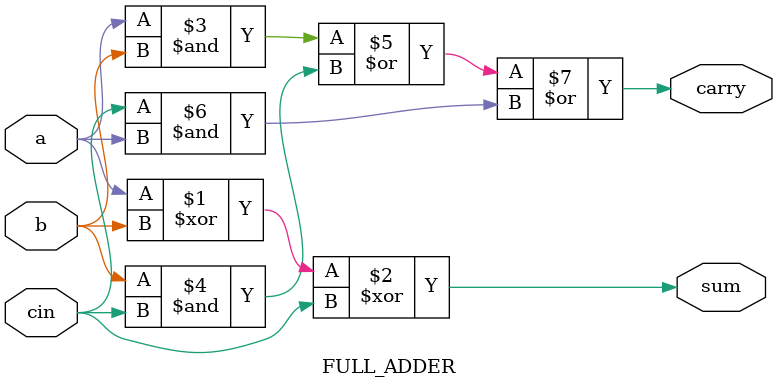
<source format=v>
module FULL_ADDER(output sum, carry, input a, b, cin); 
 
assign   sum = a ^ b ^ cin ; 
assign carry = (a & b) | (b & cin) | (cin & a); 
						 
endmodule

</source>
